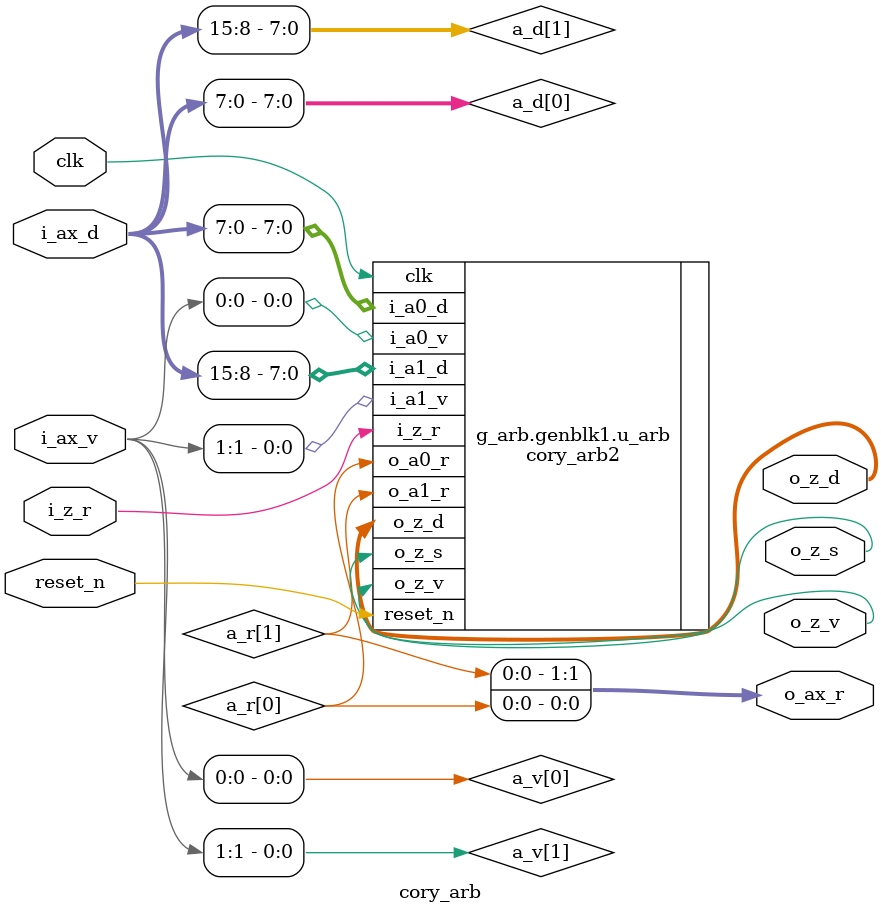
<source format=v>
`ifndef CORY_ARB
    `define CORY_ARB

module cory_arb # (
    parameter   N       = 8,                    // # of data bits
    parameter   R       = 2,                    // 2,3,4,8 supported
    parameter   ROUND   = 1,                    // 1:round, 0:port priority (0>1)
    parameter   D       = R * N,
    parameter   Q       = 0,
    parameter   S   = R <= 2 ? 1 :
                      R <= 4 ? 2 :
                      R <= 8 ? 3 :
                      R <= 16 ? 4 :
                      R <= 32 ? 5 : 1'bx
) (
    input           clk,

    input   [R-1:0] i_ax_v,
    input   [D-1:0] i_ax_d,
    output  [R-1:0] o_ax_r,

    output          o_z_v,
    output  [N-1:0] o_z_d,
    output  [S-1:0] o_z_s,
    input           i_z_r,

    input           reset_n
);

//------------------------------------------------------------------------------

wire            a_v [0:R-1];
wire    [N-1:0] a_d [0:R-1];
wire            a_r [0:R-1];

generate
begin : g_arb
    case (R)
    8: begin
        assign  {a_v[7], a_v[6], a_v[5], a_v[4], a_v[3], a_v[2], a_v[1], a_v[0]}    = i_ax_v;
        assign  {a_d[7], a_d[6], a_d[5], a_d[4], a_d[3], a_d[2], a_d[1], a_d[0]}    = i_ax_d;
        assign  o_ax_r  = {a_r[7], a_r[6], a_r[5], a_r[4], a_r[3], a_r[2], a_r[1], a_r[0]};

        cory_arb8 #(.N(N), .Q(Q)) u_arb (
            .clk        (clk),
            .i_a0_v     (a_v[0]),
            .i_a0_d     (a_d[0]),
            .o_a0_r     (a_r[0]),
            .i_a1_v     (a_v[1]),
            .i_a1_d     (a_d[1]),
            .o_a1_r     (a_r[1]),
            .i_a2_v     (a_v[2]),
            .i_a2_d     (a_d[2]),
            .o_a2_r     (a_r[2]),
            .i_a3_v     (a_v[3]),
            .i_a3_d     (a_d[3]),
            .o_a3_r     (a_r[3]),
            .i_a4_v     (a_v[4]),
            .i_a4_d     (a_d[4]),
            .o_a4_r     (a_r[4]),
            .i_a5_v     (a_v[5]),
            .i_a5_d     (a_d[5]),
            .o_a5_r     (a_r[5]),
            .i_a6_v     (a_v[6]),
            .i_a6_d     (a_d[6]),
            .o_a6_r     (a_r[6]),
            .i_a7_v     (a_v[7]),
            .i_a7_d     (a_d[7]),
            .o_a7_r     (a_r[7]),
            .o_z_v      (o_z_v),
            .o_z_d      (o_z_d),
            .o_z_s      (o_z_s),
            .i_z_r      (i_z_r),
            .reset_n    (reset_n)
        );
    end
    4: begin
        assign  {a_v[3], a_v[2], a_v[1], a_v[0]}    = i_ax_v;
        assign  {a_d[3], a_d[2], a_d[1], a_d[0]}    = i_ax_d;
        assign  o_ax_r  = {a_r[3], a_r[2], a_r[1], a_r[0]};

        cory_arb4 #(.N(N), .Q(Q)) u_arb (
            .clk        (clk),
            .i_a0_v     (a_v[0]),
            .i_a0_d     (a_d[0]),
            .o_a0_r     (a_r[0]),
            .i_a1_v     (a_v[1]),
            .i_a1_d     (a_d[1]),
            .o_a1_r     (a_r[1]),
            .i_a2_v     (a_v[2]),
            .i_a2_d     (a_d[2]),
            .o_a2_r     (a_r[2]),
            .i_a3_v     (a_v[3]),
            .i_a3_d     (a_d[3]),
            .o_a3_r     (a_r[3]),
            .o_z_v      (o_z_v),
            .o_z_d      (o_z_d),
            .o_z_s      (o_z_s),
            .i_z_r      (i_z_r),
            .reset_n    (reset_n)
        );
    end
    3: begin
        assign  {a_v[2], a_v[1], a_v[0]}    = i_ax_v;
        assign  {a_d[2], a_d[1], a_d[0]}    = i_ax_d;
        assign  o_ax_r  = {a_r[2], a_r[1], a_r[0]};

        cory_arb3 #(.N(N), .Q(Q)) u_arb (
            .clk        (clk),
            .i_a0_v     (a_v[0]),
            .i_a0_d     (a_d[0]),
            .o_a0_r     (a_r[0]),
            .i_a1_v     (a_v[1]),
            .i_a1_d     (a_d[1]),
            .o_a1_r     (a_r[1]),
            .i_a2_v     (a_v[2]),
            .i_a2_d     (a_d[2]),
            .o_a2_r     (a_r[2]),
            .o_z_v      (o_z_v),
            .o_z_d      (o_z_d),
            .o_z_s      (o_z_s),
            .i_z_r      (i_z_r),
            .reset_n    (reset_n)
        );
    end
    2: begin
        assign  {a_v[1], a_v[0]}    = i_ax_v;
        assign  {a_d[1], a_d[0]}    = i_ax_d;
        assign  o_ax_r  = {a_r[1], a_r[0]};

        cory_arb2 #(.N(N), .Q(Q)) u_arb (
            .clk        (clk),
            .i_a0_v     (a_v[0]),
            .i_a0_d     (a_d[0]),
            .o_a0_r     (a_r[0]),
            .i_a1_v     (a_v[1]),
            .i_a1_d     (a_d[1]),
            .o_a1_r     (a_r[1]),
            .o_z_v      (o_z_v),
            .o_z_d      (o_z_d),
            .o_z_s      (o_z_s),
            .i_z_r      (i_z_r),
            .reset_n    (reset_n)
        );
    end
`ifdef  SIM
    default: begin
        initial begin
            $display ("ERROR:%m: R=%1d not supported", R);
            $finish;
        end
    end
`endif  //  SIM
    endcase
end
endgenerate

endmodule


`endif

</source>
